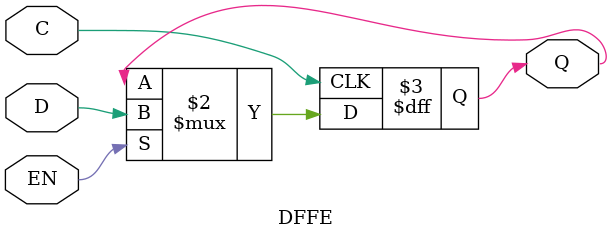
<source format=v>
module BUF(A, Y);
input A;
output Y = A;
endmodule

module NOT(A, Y);
input A;
output Y = ~A;
endmodule

module NAND(A, B, Y);
input A, B;
output Y = ~(A & B);
endmodule

module AND(A, B, Y);
input A, B;
output Y = A & B;
endmodule

module AND3(A, B, C, Y);
input A, B, C;
output Y = A & B & C;
endmodule

module NOR(A, B, Y);
input A, B;
output Y = ~(A | B);
endmodule

module OR(A, B, Y);
input A, B;
output Y = A | B;
endmodule

module OR3(A, B, C, Y);
input A, B, C;
output Y = A | B | C;
endmodule

module XOR(A, B, Y);
input A, B;
output Y = A ^ B;
endmodule

module XNOR(A, B, Y);
input A, B;
output Y = ~(A ^ B);
endmodule

module FA(A, B, CI, CO, Y);
input A, B, CI;
output CO = (A & B)|(B & CI)|(CI & A);
output Y = A^B^CI;
endmodule

module DFF(C, D, Q);
input C, D;
output reg Q;
always @(posedge C)
	Q <= D;
endmodule

module DFFE(C, EN, D, Q);
input C, EN, D;
output reg Q;
always @(posedge C)
	Q <= EN? D : Q;
endmodule


</source>
